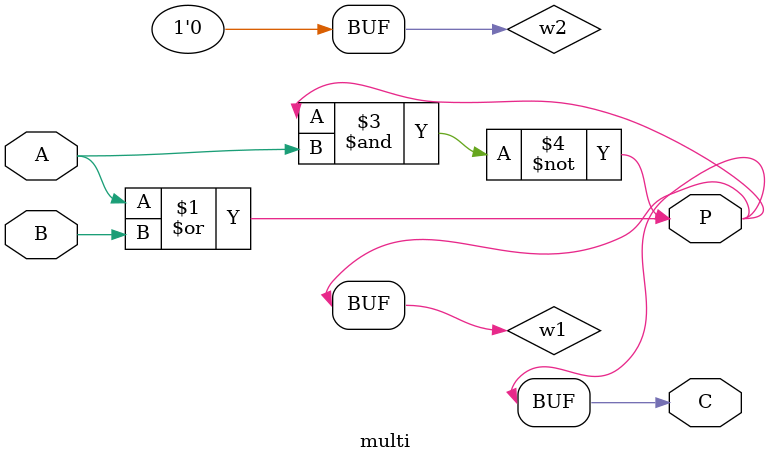
<source format=v>
module multi (A, B, C, P);
    input A;
    input B;
    output C;
    output P;

    wire w1, w2;

    or (w1, A, B);
    not (w2, 1'b1);
    or (P, w2, C);
    nand (C, P, A);
    xor (C,1'b0, w1);
endmodule

// multi-driven(C), 2 input, 2 output
</source>
